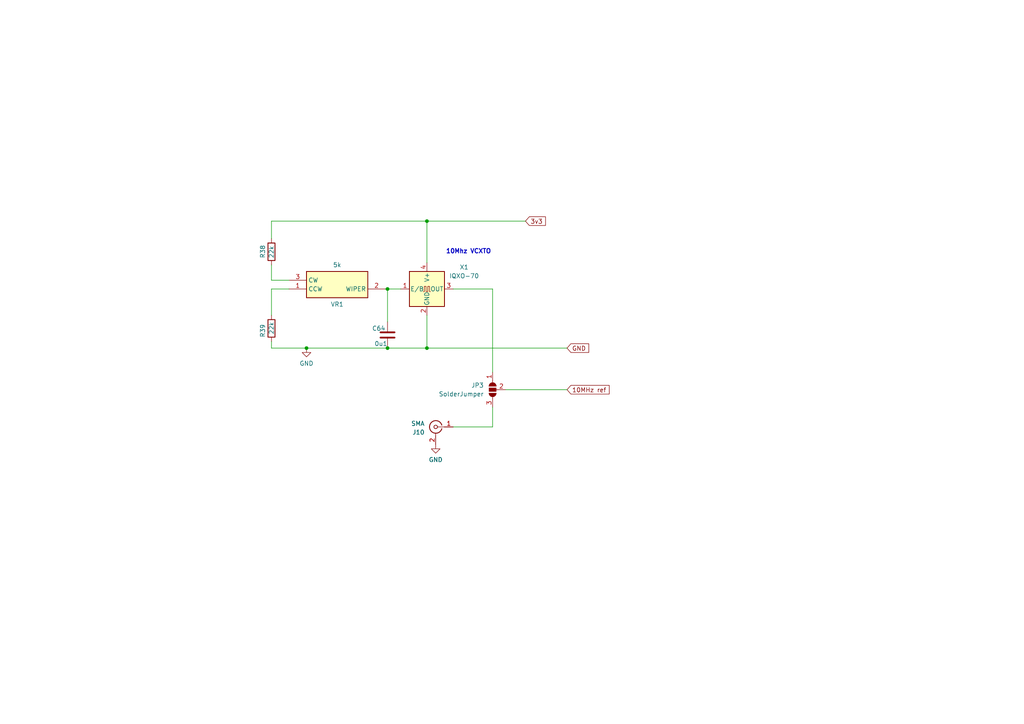
<source format=kicad_sch>
(kicad_sch (version 20231120) (generator "eeschema") (generator_version "8.0")
  (paper "A4")
  (title_block (title "430Mhz - QO-100 transverter") (date "2025-04-24") (rev "2.1") (comment 1 "JP3: Jumper select for external GPSDO reference") (comment 4 "10 Mhz reference frequency"))
  (lib_symbols
    (symbol "Connector:Conn_Coaxial" (pin_names (offset 1.016) hide)
      (property "Reference" "J" (at 0.254 3.048 0))
      (property "Value" "Conn_Coaxial" (at 2.921 0 90))
      (symbol "Conn_Coaxial_0_1"
        (arc (start -1.778 -0.508) (mid 0.2311 -1.8066) (end 1.778 0) (stroke (width 0.254)))
        (polyline (pts (xy -2.54 0) (xy -0.508 0)))
        (polyline (pts (xy 0 -2.54) (xy 0 -1.778)))
        (circle (center 0 0) (radius 0.508) (stroke (width 0.2032)))
        (arc (start 1.778 0) (mid 0.2099 1.8101) (end -1.778 0.508) (stroke (width 0.254)))
      )
      (symbol "Conn_Coaxial_1_1"
        (pin passive line (at -5.08 0 0) (length 2.54) (name "In") (number "1"))
        (pin passive line (at 0 -5.08 90) (length 2.54) (name "Ext") (number "2"))
      )
    )
    (symbol "Device:C" (pin_numbers hide) (pin_names (offset 0.254))
      (property "Reference" "C" (at 0.635 2.54 0))
      (property "Value" "C" (at 0.635 -2.54 0))
      (symbol "C_0_1"
        (polyline (pts (xy -2.032 -0.762) (xy 2.032 -0.762)) (stroke (width 0.508)))
        (polyline (pts (xy -2.032 0.762) (xy 2.032 0.762)) (stroke (width 0.508)))
      )
      (symbol "C_1_1"
        (pin passive line (at 0 3.81 270) (length 2.794) (name "~") (number "1"))
        (pin passive line (at 0 -3.81 90) (length 2.794) (name "~") (number "2"))
      )
    )
    (symbol "Device:R" (pin_numbers hide) (pin_names (offset 0))
      (property "Reference" "R" (at 2.032 0 90))
      (property "Value" "R" (at 0 0 90))
      (symbol "R_0_1"
        (rectangle (start -1.016 -2.54) (end 1.016 2.54) (stroke (width 0.254)))
      )
      (symbol "R_1_1"
        (pin passive line (at 0 3.81 270) (length 1.27) (name "~") (number "1"))
        (pin passive line (at 0 -3.81 90) (length 1.27) (name "~") (number "2"))
      )
    )
    (symbol "Jumper:SolderJumper_3_Open" (pin_names (offset 0) hide)
      (property "Reference" "JP" (at -2.54 -2.54 0))
      (property "Value" "SolderJumper_3_Open" (at 0 2.794 0))
      (symbol "SolderJumper_3_Open_0_1"
        (arc (start -1.016 1.016) (mid -2.0276 0) (end -1.016 -1.016))
        (arc (start -1.016 1.016) (mid -2.0276 0) (end -1.016 -1.016) (fill (type outline)))
        (rectangle (start -0.508 1.016) (end 0.508 -1.016) (fill (type outline)))
        (polyline (pts (xy -2.54 0) (xy -2.032 0)))
        (polyline (pts (xy -1.016 1.016) (xy -1.016 -1.016)))
        (polyline (pts (xy 0 -1.27) (xy 0 -1.016)))
        (polyline (pts (xy 1.016 1.016) (xy 1.016 -1.016)))
        (polyline (pts (xy 2.54 0) (xy 2.032 0)))
        (arc (start 1.016 -1.016) (mid 2.0276 0) (end 1.016 1.016))
        (arc (start 1.016 -1.016) (mid 2.0276 0) (end 1.016 1.016) (fill (type outline)))
      )
      (symbol "SolderJumper_3_Open_1_1"
        (pin passive line (at -5.08 0 0) (length 2.54) (name "A") (number "1"))
        (pin passive line (at 0 -3.81 90) (length 2.54) (name "C") (number "2"))
        (pin passive line (at 5.08 0 180) (length 2.54) (name "B") (number "3"))
      )
    )
    (symbol "Oscillator:IQXO-70" (pin_names (offset 0.254))
      (property "Reference" "X" (at -5.08 6.35 0))
      (property "Value" "IQXO-70" (at 1.27 -6.35 0))
      (symbol "IQXO-70_0_1"
        (rectangle (start -5.08 5.08) (end 5.08 -5.08) (stroke (width 0.254)) (fill (type background)))
        (polyline (pts (xy -1.016 -0.762) (xy -0.762 -0.762) (xy -0.762 0.762) (xy -0.254 0.762) (xy -0.254 -0.762) (xy 0.254 -0.762) (xy 0.254 0.762) (xy 0.762 0.762) (xy 0.762 -0.762) (xy 1.016 -0.762)))
      )
      (symbol "IQXO-70_1_1"
        (pin input line (at -7.62 0 0) (length 2.54) (name "E/B") (number "1"))
        (pin power_in line (at 0 -7.62 90) (length 2.54) (name "GND") (number "2"))
        (pin output line (at 7.62 0 180) (length 2.54) (name "OUT") (number "3"))
        (pin power_in line (at 0 7.62 270) (length 2.54) (name "V+") (number "4"))
      )
    )
    (symbol "SM-42TW503:SM-42TW503"
      (property "Reference" "VR" (at 24.13 7.62 0))
      (property "Value" "SM-42TW503" (at 24.13 5.08 0))
      (symbol "SM-42TW503_1_1"
        (rectangle (start 5.08 2.54) (end 22.86 -5.08) (stroke (width 0.254)) (fill (type background)))
        (pin passive line (at 0 0 0) (length 5.08) (name "CCW") (number "1"))
        (pin passive line (at 27.94 0 180) (length 5.08) (name "WIPER") (number "2"))
        (pin passive line (at 0 -2.54 0) (length 5.08) (name "CW") (number "3"))
      )
    )
    (symbol "power:GND" (power) (pin_numbers hide) (pin_names (offset 0) hide)
      (property "Value" "GND" (at 0 -3.81 0))
      (symbol "GND_0_1"
        (polyline (pts (xy 0 0) (xy 0 -1.27) (xy 1.27 -1.27) (xy 0 -2.54) (xy -1.27 -1.27) (xy 0 -1.27)))
      )
      (symbol "GND_1_1"
        (pin power_in line (at 0 0 270) (length 0) (name "~") (number "1"))
      )
    )
  )
  (junction (at 88.9 100.965))
  (junction (at 123.825 100.965))
  (junction (at 112.395 83.82))
  (junction (at 123.825 64.135))
  (junction (at 112.395 100.965))
  (wire (pts (xy 142.875 123.825) (xy 142.875 118.11)))
  (wire (pts (xy 123.825 64.135) (xy 123.825 76.2)))
  (wire (pts (xy 123.825 64.135) (xy 152.4 64.135)))
  (wire (pts (xy 164.465 113.03) (xy 146.685 113.03)))
  (wire (pts (xy 111.76 83.82) (xy 112.395 83.82)))
  (wire (pts (xy 112.395 83.82) (xy 116.205 83.82)))
  (wire (pts (xy 78.74 81.28) (xy 83.82 81.28)))
  (wire (pts (xy 123.825 100.965) (xy 112.395 100.965)))
  (wire (pts (xy 112.395 83.82) (xy 112.395 93.345)))
  (wire (pts (xy 123.825 91.44) (xy 123.825 100.965)))
  (wire (pts (xy 112.395 100.965) (xy 88.9 100.965)))
  (wire (pts (xy 131.445 83.82) (xy 142.875 83.82)))
  (wire (pts (xy 123.825 100.965) (xy 164.465 100.965)))
  (wire (pts (xy 78.74 99.06) (xy 78.74 100.965)))
  (wire (pts (xy 131.445 123.825) (xy 142.875 123.825)))
  (wire (pts (xy 78.74 76.835) (xy 78.74 81.28)))
  (wire (pts (xy 78.74 83.82) (xy 83.82 83.82)))
  (wire (pts (xy 78.74 83.82) (xy 78.74 91.44)))
  (wire (pts (xy 88.9 100.965) (xy 78.74 100.965)))
  (wire (pts (xy 142.875 83.82) (xy 142.875 107.95)))
  (wire (pts (xy 78.74 69.215) (xy 78.74 64.135)))
  (wire (pts (xy 123.825 64.135) (xy 78.74 64.135)))
  (text "10Mhz VCXTO" (at 135.89 73.025 0) (effects (font (size 1.27 1.27) (thickness 0.254) (bold yes))))
  (global_label "3v3" (shape input) (at 152.4 64.135 0) (property "Intersheetrefs" "${INTERSHEET_REFS}" (effects (hide yes))))
  (global_label "GND" (shape input) (at 164.465 100.965 0) (property "Intersheetrefs" "${INTERSHEET_REFS}" (effects (hide yes))))
  (global_label "10MHz ref" (shape input) (at 164.465 113.03 0) (property "Intersheetrefs" "${INTERSHEET_REFS}" (effects (hide yes))))
  (symbol (lib_id "power:GND") (at 88.9 100.965 0) (unit 1)
    (property "Reference" "#PWR018" (effects (hide yes)))
    (property "Value" "GND" (at 88.9 105.41 0))
    (property "Description" "Power symbol creates a global label with name \"GND\" , ground" (effects (hide yes)))
  )
  (symbol (lib_id "Connector:Conn_Coaxial") (at 126.365 123.825 0) (mirror y) (unit 1)
    (property "Reference" "J10" (at 123.19 125.3883 0) (effects (justify left)))
    (property "Value" "SMA" (at 123.19 122.8483 0) (effects (justify left)))
    (property "Footprint" "Connector_Coaxial:SMA_Amphenol_132134_Vertical" (effects (hide yes)))
  )
  (symbol (lib_id "Jumper:SolderJumper_3_Open") (at 142.875 113.03 90) (mirror x) (unit 1)
    (property "Reference" "JP3" (at 140.335 111.7599 90) (effects (justify left)))
    (property "Value" "SolderJumper" (at 140.335 114.2999 90) (effects (justify left)))
    (property "Footprint" "Jumper:SolderJumper-3_P1.3mm_Open_RoundedPad1.0x1.5mm" (effects (hide yes)))
  )
  (symbol (lib_id "power:GND") (at 126.365 128.905 0) (unit 1)
    (property "Reference" "#PWR019" (effects (hide yes)))
    (property "Value" "GND" (at 126.365 133.35 0))
    (property "Description" "Power symbol creates a global label with name \"GND\" , ground" (effects (hide yes)))
  )
  (symbol (lib_id "Oscillator:IQXO-70") (at 123.825 83.82 0) (unit 1)
    (property "Reference" "X1" (at 134.62 77.5014 0))
    (property "Value" "IQXO-70" (at 134.62 80.0414 0))
    (property "Footprint" "Oscillator:Oscillator_SMD_IQD_IQXO70-4Pin_7.5x5.0mm" (effects (hide yes)))
    (property "Datasheet" "http://www.iqdfrequencyproducts.com/products/details/iqxo-70-11-30.pdf" (effects (hide yes)))
    (property "Description" "Crystal Clock Oscillator, SMD package 7.5x5.0mm²" (effects (hide yes)))
  )
  (symbol (lib_id "Device:R") (at 78.74 95.25 180) (unit 1)
    (property "Reference" "R39" (at 76.2 93.98 90) (effects (justify left)))
    (property "Value" "22k" (at 78.74 93.345 90) (effects (justify left)))
    (property "Footprint" "Resistor_SMD:R_0603_1608Metric" (effects (hide yes)))
  )
  (symbol (lib_id "Device:R") (at 78.74 73.025 0) (unit 1)
    (property "Reference" "R38" (at 76.2 74.93 90) (effects (justify left)))
    (property "Value" "22k" (at 78.74 74.93 90) (effects (justify left)))
    (property "Footprint" "Resistor_SMD:R_0603_1608Metric" (effects (hide yes)))
  )
  (symbol (lib_id "Device:C") (at 112.395 97.155 180) (unit 1)
    (property "Reference" "C64" (at 109.855 95.25 0))
    (property "Value" "0u1" (at 110.49 99.695 0))
    (property "Footprint" "Capacitor_SMD:C_0603_1608Metric" (effects (hide yes)))
  )
  (symbol (lib_id "SM-42TW503:SM-42TW503") (at 83.82 83.82 0) (mirror x) (unit 1)
    (property "Reference" "VR1" (at 97.79 88.265 0))
    (property "Value" "5k" (at 97.79 76.835 0))
    (property "Footprint" "KiCad:SM42TW503" (effects (hide yes)))
    (property "Datasheet" "https://www.nidec-copal-electronics.com/e/catalog/trimmer/sm-42&sm-43.pdf" (effects (hide yes)))
    (property "Description" "NIDEC COPAL ELECTRONICS - SM-42TW503 - TRIMMER POT, CERMET, 50K, 11TURN, SMD" (effects (hide yes)))
    (property "Height" "5.6" (effects (hide yes)))
    (property "Manufacturer_Name" "Nidec Copal" (effects (hide yes)))
    (property "Manufacturer_Part_Number" "SM-42TW503" (effects (hide yes)))
  )
)
</source>
